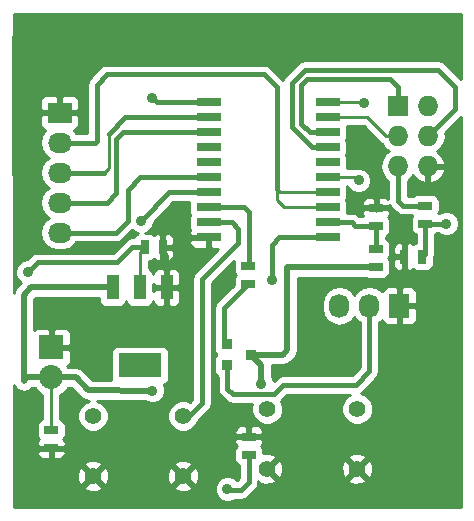
<source format=gtl>
%FSLAX46Y46*%
G04 Gerber Fmt 4.6, Leading zero omitted, Abs format (unit mm)*
G04 Created by KiCad (PCBNEW (2014-07-24 BZR 5026)-product) date 7/27/2014 12:58:05 AM*
%MOMM*%
G01*
G04 APERTURE LIST*
%ADD10C,0.100000*%
%ADD11R,1.143000X0.635000*%
%ADD12R,0.635000X1.143000*%
%ADD13R,2.032000X0.660400*%
%ADD14R,1.727200X2.032000*%
%ADD15O,1.727200X2.032000*%
%ADD16R,2.032000X2.032000*%
%ADD17O,2.032000X2.032000*%
%ADD18R,2.032000X1.727200*%
%ADD19O,2.032000X1.727200*%
%ADD20R,1.727200X1.727200*%
%ADD21O,1.727200X1.727200*%
%ADD22R,0.914400X0.914400*%
%ADD23R,3.657600X2.032000*%
%ADD24R,1.016000X2.032000*%
%ADD25C,1.397000*%
%ADD26C,0.889000*%
%ADD27C,0.508000*%
%ADD28C,0.254000*%
%ADD29C,0.381000*%
G04 APERTURE END LIST*
D10*
D11*
X4277360Y7142480D03*
X4277360Y5618480D03*
D12*
X35687000Y21844000D03*
X34163000Y21844000D03*
X12171680Y22641560D03*
X13695680Y22641560D03*
D13*
X17627600Y34894520D03*
X17627600Y33624520D03*
X17627600Y32354520D03*
X17627600Y31084520D03*
X17627600Y29814520D03*
X17627600Y28544520D03*
X17627600Y27274520D03*
X17627600Y26004520D03*
X27686000Y26004520D03*
X27686000Y27274520D03*
X27686000Y28544520D03*
X27686000Y29814520D03*
X27686000Y31084520D03*
X27686000Y32354520D03*
X27686000Y33624520D03*
X27686000Y34894520D03*
X17627600Y24734520D03*
X17627600Y23464520D03*
X27686000Y24734520D03*
X27686000Y23464520D03*
D14*
X33746440Y17668240D03*
D15*
X31206440Y17668240D03*
X28666440Y17668240D03*
D16*
X4277360Y14152880D03*
D17*
X4277360Y11612880D03*
D18*
X4988560Y34041080D03*
D19*
X4988560Y31501080D03*
X4988560Y28961080D03*
X4988560Y26421080D03*
X4988560Y23881080D03*
D20*
X33624520Y34569400D03*
D21*
X36164520Y34569400D03*
X33624520Y32029400D03*
X36164520Y32029400D03*
X33624520Y29489400D03*
X36164520Y29489400D03*
D22*
X19177000Y12654280D03*
X19177000Y14432280D03*
X21209000Y13543280D03*
D11*
X20990560Y5085080D03*
X20990560Y6609080D03*
X35941000Y24638000D03*
X35941000Y26162000D03*
X31775400Y22458680D03*
X31775400Y20934680D03*
X31775400Y25963880D03*
X31775400Y24439880D03*
X20914360Y19486880D03*
X20914360Y21010880D03*
D23*
X11760200Y12633960D03*
D24*
X11760200Y19237960D03*
X9474200Y19237960D03*
X14046200Y19237960D03*
D25*
X22555200Y8956040D03*
X22555200Y3876040D03*
X30175200Y8956040D03*
X30175200Y3876040D03*
X7807960Y8346440D03*
X7807960Y3266440D03*
X15427960Y8346440D03*
X15427960Y3266440D03*
D26*
X22057360Y11089640D03*
X12837160Y10495280D03*
X30718760Y34853880D03*
X2316480Y20518120D03*
X37719000Y24638000D03*
X11871960Y24876760D03*
X19187160Y2164080D03*
X12801600Y35295840D03*
X30286960Y28285440D03*
X22946360Y19842480D03*
D27*
X2260600Y11612880D02*
X4277360Y11612880D01*
X1940560Y11292840D02*
X2260600Y11612880D01*
X1940560Y18608040D02*
X1940560Y11292840D01*
X2570480Y19237960D02*
X1940560Y18608040D01*
X9474200Y19237960D02*
X2570480Y19237960D01*
D28*
X4277360Y11612880D02*
X4277360Y7142480D01*
D27*
X22057360Y12694920D02*
X21209000Y13543280D01*
X4277360Y11612880D02*
X6344920Y11612880D01*
X7421880Y10535920D02*
X12837160Y10495280D01*
X6344920Y11612880D02*
X7421880Y10535920D01*
X22057360Y11089640D02*
X22057360Y12694920D01*
X24267160Y20934680D02*
X31775400Y20934680D01*
X24267160Y13924280D02*
X24267160Y20934680D01*
X23886160Y13543280D02*
X24267160Y13924280D01*
X21209000Y13543280D02*
X23886160Y13543280D01*
D28*
X31734760Y25735280D02*
X31760160Y25760680D01*
X14046200Y21971000D02*
X14046200Y19237960D01*
X13695680Y22321520D02*
X14046200Y21971000D01*
X13695680Y22641560D02*
X13695680Y22321520D01*
X30678120Y34894520D02*
X30718760Y34853880D01*
X27686000Y34894520D02*
X30678120Y34894520D01*
X11760200Y22230080D02*
X12171680Y22641560D01*
X11760200Y19237960D02*
X11760200Y22230080D01*
D29*
X11145520Y22641560D02*
X12171680Y22641560D01*
X9860280Y21356320D02*
X11145520Y22641560D01*
X3154680Y21356320D02*
X9860280Y21356320D01*
X2316480Y20518120D02*
X3154680Y21356320D01*
X35560000Y21971000D02*
X35687000Y21844000D01*
X37719000Y24638000D02*
X35941000Y24638000D01*
X35941000Y22098000D02*
X35687000Y21844000D01*
X35941000Y24638000D02*
X35941000Y22098000D01*
D28*
X17622520Y27279600D02*
X17627600Y27274520D01*
D29*
X11871960Y24876760D02*
X14274800Y27279600D01*
X14274800Y27279600D02*
X17622520Y27279600D01*
X20990560Y2748280D02*
X20990560Y5085080D01*
X20330160Y2087880D02*
X20990560Y2748280D01*
X19263360Y2087880D02*
X20330160Y2087880D01*
X19187160Y2164080D02*
X19263360Y2087880D01*
X13202920Y34894520D02*
X12801600Y35295840D01*
X17627600Y34894520D02*
X13202920Y34894520D01*
X33624520Y26573480D02*
X34036000Y26162000D01*
X34036000Y26162000D02*
X35941000Y26162000D01*
X33624520Y29489400D02*
X33624520Y26573480D01*
D28*
X8722360Y28961080D02*
X9128760Y29367480D01*
X9128760Y29367480D02*
X9128760Y32237680D01*
D29*
X9128760Y32237680D02*
X10515600Y33624520D01*
X10515600Y33624520D02*
X17627600Y33624520D01*
X4988560Y28961080D02*
X8722360Y28961080D01*
X10337800Y32354520D02*
X17627600Y32354520D01*
X9763760Y31780480D02*
X10337800Y32354520D01*
X9763760Y27208480D02*
X9763760Y31780480D01*
X8976360Y26421080D02*
X9763760Y27208480D01*
X4988560Y26421080D02*
X8976360Y26421080D01*
X11800840Y28544520D02*
X17627600Y28544520D01*
X10744200Y27487880D02*
X11800840Y28544520D01*
X10744200Y24856440D02*
X10744200Y27487880D01*
X9768840Y23881080D02*
X10744200Y24856440D01*
X4988560Y23881080D02*
X9768840Y23881080D01*
D28*
X20990560Y21087080D02*
X20914360Y21010880D01*
D29*
X20990560Y25608280D02*
X20990560Y21087080D01*
X20594320Y26004520D02*
X20990560Y25608280D01*
X17627600Y26004520D02*
X20594320Y26004520D01*
D28*
X23352760Y27528520D02*
X23352760Y26614120D01*
X23352760Y26614120D02*
X23962360Y26004520D01*
X23962360Y26004520D02*
X27686000Y26004520D01*
D29*
X23352760Y36174680D02*
X23352760Y27528520D01*
X22250400Y37277040D02*
X23352760Y36174680D01*
X8991600Y37277040D02*
X22250400Y37277040D01*
X8112760Y36398200D02*
X8991600Y37277040D01*
X8112760Y31638240D02*
X8112760Y36398200D01*
X7975600Y31501080D02*
X8112760Y31638240D01*
X4988560Y31501080D02*
X7975600Y31501080D01*
D28*
X23606760Y27274520D02*
X23352760Y27528520D01*
X27686000Y27274520D02*
X23606760Y27274520D01*
X30027880Y28544520D02*
X30286960Y28285440D01*
X27686000Y28544520D02*
X30027880Y28544520D01*
D29*
X38465760Y34330640D02*
X36164520Y32029400D01*
X38465760Y36200080D02*
X38465760Y34330640D01*
X37017960Y37647880D02*
X38465760Y36200080D01*
X25740360Y37647880D02*
X37017960Y37647880D01*
X24622760Y36530280D02*
X25740360Y37647880D01*
X24622760Y32821880D02*
X24622760Y36530280D01*
X26360120Y31084520D02*
X24622760Y32821880D01*
X27686000Y31084520D02*
X26360120Y31084520D01*
X26182320Y32354520D02*
X27686000Y32354520D01*
X25435560Y33101280D02*
X26182320Y32354520D01*
X25435560Y36377880D02*
X25435560Y33101280D01*
X25943560Y36885880D02*
X25435560Y36377880D01*
X32979360Y36885880D02*
X25943560Y36885880D01*
X33624520Y36240720D02*
X32979360Y36885880D01*
X33624520Y34569400D02*
X33624520Y36240720D01*
D28*
X31038800Y33624520D02*
X32633920Y32029400D01*
X32633920Y32029400D02*
X33624520Y32029400D01*
X27686000Y33624520D02*
X31038800Y33624520D01*
D29*
X17028160Y9428480D02*
X17028160Y19939000D01*
X17028160Y19939000D02*
X20076160Y22987000D01*
X20076160Y22987000D02*
X20076160Y24211280D01*
X20076160Y24211280D02*
X19552920Y24734520D01*
X19552920Y24734520D02*
X17627600Y24734520D01*
X15946120Y8346440D02*
X17028160Y9428480D01*
D28*
X15427960Y8346440D02*
X15946120Y8346440D01*
D29*
X30022800Y24439880D02*
X31775400Y24439880D01*
X29728160Y24734520D02*
X30022800Y24439880D01*
X27686000Y24734520D02*
X29728160Y24734520D01*
X31775400Y24439880D02*
X31775400Y22458680D01*
X22946360Y22865080D02*
X22946360Y19842480D01*
X23545800Y23464520D02*
X22946360Y22865080D01*
X27686000Y23464520D02*
X23545800Y23464520D01*
X31206440Y12136120D02*
X30058360Y10988040D01*
X30058360Y10988040D02*
X23926800Y10988040D01*
X23926800Y10988040D02*
X23129240Y10190480D01*
X23129240Y10190480D02*
X19659600Y10190480D01*
X19659600Y10190480D02*
X19177000Y10673080D01*
X19177000Y10673080D02*
X19177000Y12654280D01*
X31206440Y17668240D02*
X31206440Y12136120D01*
D28*
X18968720Y14640560D02*
X19177000Y14432280D01*
X18907760Y14701520D02*
X19177000Y14432280D01*
D29*
X18907760Y17480280D02*
X18907760Y14701520D01*
X20914360Y19486880D02*
X18907760Y17480280D01*
D28*
G36*
X38989000Y36844274D02*
X37601677Y38231597D01*
X37333866Y38410543D01*
X37017960Y38473380D01*
X25740360Y38473380D01*
X25424454Y38410543D01*
X25156643Y38231597D01*
X24039043Y37113997D01*
X23860097Y36846186D01*
X23858203Y36836670D01*
X22834117Y37860757D01*
X22566306Y38039703D01*
X22250400Y38102540D01*
X8991600Y38102540D01*
X8675695Y38039703D01*
X8407883Y37860757D01*
X8407880Y37860754D01*
X7529043Y36981917D01*
X7350097Y36714106D01*
X7287260Y36398200D01*
X7287260Y32326580D01*
X6389442Y32326580D01*
X6232975Y32560750D01*
X6210780Y32575580D01*
X6364259Y32639153D01*
X6542887Y32817782D01*
X6639560Y33051171D01*
X6639560Y33755330D01*
X6639560Y34326830D01*
X6639560Y35030989D01*
X6542887Y35264378D01*
X6364259Y35443007D01*
X6130870Y35539680D01*
X5878251Y35539680D01*
X5274310Y35539680D01*
X5115560Y35380930D01*
X5115560Y34168080D01*
X6480810Y34168080D01*
X6639560Y34326830D01*
X6639560Y33755330D01*
X6480810Y33914080D01*
X5115560Y33914080D01*
X5115560Y33894080D01*
X4861560Y33894080D01*
X4861560Y33914080D01*
X4861560Y34168080D01*
X4861560Y35380930D01*
X4702810Y35539680D01*
X4098869Y35539680D01*
X3846250Y35539680D01*
X3612861Y35443007D01*
X3434233Y35264378D01*
X3337560Y35030989D01*
X3337560Y34326830D01*
X3496310Y34168080D01*
X4861560Y34168080D01*
X4861560Y33914080D01*
X3496310Y33914080D01*
X3337560Y33755330D01*
X3337560Y33051171D01*
X3434233Y32817782D01*
X3612861Y32639153D01*
X3766339Y32575580D01*
X3744145Y32560750D01*
X3419289Y32074569D01*
X3305215Y31501080D01*
X3419289Y30927591D01*
X3744145Y30441410D01*
X4058925Y30231080D01*
X3744145Y30020750D01*
X3419289Y29534569D01*
X3305215Y28961080D01*
X3419289Y28387591D01*
X3744145Y27901410D01*
X4058925Y27691080D01*
X3744145Y27480750D01*
X3419289Y26994569D01*
X3305215Y26421080D01*
X3419289Y25847591D01*
X3744145Y25361410D01*
X4058925Y25151080D01*
X3744145Y24940750D01*
X3419289Y24454569D01*
X3305215Y23881080D01*
X3419289Y23307591D01*
X3744145Y22821410D01*
X4230326Y22496554D01*
X4803815Y22382480D01*
X5173305Y22382480D01*
X5746794Y22496554D01*
X6232975Y22821410D01*
X6389442Y23055580D01*
X9768840Y23055580D01*
X10084745Y23118417D01*
X10084746Y23118417D01*
X10352557Y23297363D01*
X11138608Y24083416D01*
X11259674Y23962138D01*
X11631017Y23807942D01*
X11494482Y23751387D01*
X11315853Y23572759D01*
X11272070Y23467060D01*
X11145525Y23467060D01*
X11145520Y23467061D01*
X10829615Y23404223D01*
X10561803Y23225277D01*
X9518346Y22181820D01*
X3154685Y22181820D01*
X3154680Y22181821D01*
X2838775Y22118983D01*
X2570963Y21940037D01*
X2228623Y21597698D01*
X2102696Y21597807D01*
X1705791Y21433809D01*
X1401858Y21130406D01*
X1237167Y20733788D01*
X1236793Y20304336D01*
X1400791Y19907431D01*
X1691499Y19616216D01*
X1311942Y19236658D01*
X1119231Y18948246D01*
X1082353Y18762850D01*
X1016007Y38733095D01*
X1138837Y42418000D01*
X38989000Y42418000D01*
X38989000Y36844274D01*
X38989000Y36844274D01*
G37*
X38989000Y36844274D02*
X37601677Y38231597D01*
X37333866Y38410543D01*
X37017960Y38473380D01*
X25740360Y38473380D01*
X25424454Y38410543D01*
X25156643Y38231597D01*
X24039043Y37113997D01*
X23860097Y36846186D01*
X23858203Y36836670D01*
X22834117Y37860757D01*
X22566306Y38039703D01*
X22250400Y38102540D01*
X8991600Y38102540D01*
X8675695Y38039703D01*
X8407883Y37860757D01*
X8407880Y37860754D01*
X7529043Y36981917D01*
X7350097Y36714106D01*
X7287260Y36398200D01*
X7287260Y32326580D01*
X6389442Y32326580D01*
X6232975Y32560750D01*
X6210780Y32575580D01*
X6364259Y32639153D01*
X6542887Y32817782D01*
X6639560Y33051171D01*
X6639560Y33755330D01*
X6639560Y34326830D01*
X6639560Y35030989D01*
X6542887Y35264378D01*
X6364259Y35443007D01*
X6130870Y35539680D01*
X5878251Y35539680D01*
X5274310Y35539680D01*
X5115560Y35380930D01*
X5115560Y34168080D01*
X6480810Y34168080D01*
X6639560Y34326830D01*
X6639560Y33755330D01*
X6480810Y33914080D01*
X5115560Y33914080D01*
X5115560Y33894080D01*
X4861560Y33894080D01*
X4861560Y33914080D01*
X4861560Y34168080D01*
X4861560Y35380930D01*
X4702810Y35539680D01*
X4098869Y35539680D01*
X3846250Y35539680D01*
X3612861Y35443007D01*
X3434233Y35264378D01*
X3337560Y35030989D01*
X3337560Y34326830D01*
X3496310Y34168080D01*
X4861560Y34168080D01*
X4861560Y33914080D01*
X3496310Y33914080D01*
X3337560Y33755330D01*
X3337560Y33051171D01*
X3434233Y32817782D01*
X3612861Y32639153D01*
X3766339Y32575580D01*
X3744145Y32560750D01*
X3419289Y32074569D01*
X3305215Y31501080D01*
X3419289Y30927591D01*
X3744145Y30441410D01*
X4058925Y30231080D01*
X3744145Y30020750D01*
X3419289Y29534569D01*
X3305215Y28961080D01*
X3419289Y28387591D01*
X3744145Y27901410D01*
X4058925Y27691080D01*
X3744145Y27480750D01*
X3419289Y26994569D01*
X3305215Y26421080D01*
X3419289Y25847591D01*
X3744145Y25361410D01*
X4058925Y25151080D01*
X3744145Y24940750D01*
X3419289Y24454569D01*
X3305215Y23881080D01*
X3419289Y23307591D01*
X3744145Y22821410D01*
X4230326Y22496554D01*
X4803815Y22382480D01*
X5173305Y22382480D01*
X5746794Y22496554D01*
X6232975Y22821410D01*
X6389442Y23055580D01*
X9768840Y23055580D01*
X10084745Y23118417D01*
X10084746Y23118417D01*
X10352557Y23297363D01*
X11138608Y24083416D01*
X11259674Y23962138D01*
X11631017Y23807942D01*
X11494482Y23751387D01*
X11315853Y23572759D01*
X11272070Y23467060D01*
X11145525Y23467060D01*
X11145520Y23467061D01*
X10829615Y23404223D01*
X10561803Y23225277D01*
X9518346Y22181820D01*
X3154685Y22181820D01*
X3154680Y22181821D01*
X2838775Y22118983D01*
X2570963Y21940037D01*
X2228623Y21597698D01*
X2102696Y21597807D01*
X1705791Y21433809D01*
X1401858Y21130406D01*
X1237167Y20733788D01*
X1236793Y20304336D01*
X1400791Y19907431D01*
X1691499Y19616216D01*
X1311942Y19236658D01*
X1119231Y18948246D01*
X1082353Y18762850D01*
X1016007Y38733095D01*
X1138837Y42418000D01*
X38989000Y42418000D01*
X38989000Y36844274D01*
G36*
X38989000Y635000D02*
X35245040Y635000D01*
X35245040Y16525930D01*
X35245040Y16778549D01*
X35245040Y17382490D01*
X35245040Y17953990D01*
X35245040Y18557931D01*
X35245040Y18810550D01*
X35148367Y19043939D01*
X34969738Y19222567D01*
X34736349Y19319240D01*
X34036000Y19319240D01*
X34036000Y20796250D01*
X34036000Y21717000D01*
X34036000Y21971000D01*
X34036000Y22891750D01*
X33877250Y23050500D01*
X33719191Y23050500D01*
X33485802Y22953827D01*
X33307173Y22775199D01*
X33210500Y22541810D01*
X33210500Y22289191D01*
X33210500Y22129750D01*
X33369250Y21971000D01*
X34036000Y21971000D01*
X34036000Y21717000D01*
X33369250Y21717000D01*
X33210500Y21558250D01*
X33210500Y21398809D01*
X33210500Y21146190D01*
X33307173Y20912801D01*
X33485802Y20734173D01*
X33719191Y20637500D01*
X33877250Y20637500D01*
X34036000Y20796250D01*
X34036000Y19319240D01*
X34032190Y19319240D01*
X33873440Y19160490D01*
X33873440Y17795240D01*
X35086290Y17795240D01*
X35245040Y17953990D01*
X35245040Y17382490D01*
X35086290Y17541240D01*
X33873440Y17541240D01*
X33873440Y16175990D01*
X34032190Y16017240D01*
X34736349Y16017240D01*
X34969738Y16113913D01*
X35148367Y16292541D01*
X35245040Y16525930D01*
X35245040Y635000D01*
X31521127Y635000D01*
X31521127Y3683520D01*
X31492348Y4213239D01*
X31345000Y4568969D01*
X31109388Y4630623D01*
X30929783Y4451018D01*
X30929783Y4810228D01*
X30868129Y5045840D01*
X30367720Y5221967D01*
X29838001Y5193188D01*
X29482271Y5045840D01*
X29420617Y4810228D01*
X30175200Y4055645D01*
X30929783Y4810228D01*
X30929783Y4451018D01*
X30354805Y3876040D01*
X31109388Y3121457D01*
X31345000Y3183111D01*
X31521127Y3683520D01*
X31521127Y635000D01*
X30929783Y635000D01*
X30929783Y2941852D01*
X30175200Y3696435D01*
X29995595Y3516830D01*
X29995595Y3876040D01*
X29241012Y4630623D01*
X29005400Y4568969D01*
X28829273Y4068560D01*
X28858052Y3538841D01*
X29005400Y3183111D01*
X29241012Y3121457D01*
X29995595Y3876040D01*
X29995595Y3516830D01*
X29420617Y2941852D01*
X29482271Y2706240D01*
X29982680Y2530113D01*
X30512399Y2558892D01*
X30868129Y2706240D01*
X30929783Y2941852D01*
X30929783Y635000D01*
X23901127Y635000D01*
X23901127Y3683520D01*
X23872348Y4213239D01*
X23725000Y4568969D01*
X23489388Y4630623D01*
X22734805Y3876040D01*
X23489388Y3121457D01*
X23725000Y3183111D01*
X23901127Y3683520D01*
X23901127Y635000D01*
X23309783Y635000D01*
X23309783Y2941852D01*
X22555200Y3696435D01*
X22541057Y3682293D01*
X22361452Y3861898D01*
X22375595Y3876040D01*
X22361452Y3890183D01*
X22541057Y4069788D01*
X22555200Y4055645D01*
X23309783Y4810228D01*
X23248129Y5045840D01*
X22747720Y5221967D01*
X22218001Y5193188D01*
X22197060Y5184514D01*
X22197060Y5528889D01*
X22100387Y5762278D01*
X22015585Y5847080D01*
X22100387Y5931882D01*
X22197060Y6165271D01*
X22197060Y6323330D01*
X22197060Y6894830D01*
X22197060Y7052889D01*
X22100387Y7286278D01*
X21921759Y7464907D01*
X21688370Y7561580D01*
X21435751Y7561580D01*
X21276310Y7561580D01*
X21117560Y7402830D01*
X21117560Y6736080D01*
X22038310Y6736080D01*
X22197060Y6894830D01*
X22197060Y6323330D01*
X22038310Y6482080D01*
X21117560Y6482080D01*
X21117560Y6462080D01*
X20863560Y6462080D01*
X20863560Y6482080D01*
X20863560Y6736080D01*
X20863560Y7402830D01*
X20704810Y7561580D01*
X20545369Y7561580D01*
X20292750Y7561580D01*
X20059361Y7464907D01*
X19880733Y7286278D01*
X19784060Y7052889D01*
X19784060Y6894830D01*
X19942810Y6736080D01*
X20863560Y6736080D01*
X20863560Y6482080D01*
X19942810Y6482080D01*
X19784060Y6323330D01*
X19784060Y6165271D01*
X19880733Y5931882D01*
X19965534Y5847081D01*
X19880733Y5762279D01*
X19784060Y5528890D01*
X19784060Y5276271D01*
X19784060Y4641271D01*
X19880733Y4407882D01*
X20059361Y4229253D01*
X20165060Y4185471D01*
X20165060Y3090214D01*
X19988226Y2913380D01*
X19964479Y2913380D01*
X19799446Y3078702D01*
X19402828Y3243393D01*
X18973376Y3243767D01*
X18576471Y3079769D01*
X18272538Y2776366D01*
X18107847Y2379748D01*
X18107473Y1950296D01*
X18271471Y1553391D01*
X18574874Y1249458D01*
X18971492Y1084767D01*
X19400944Y1084393D01*
X19797849Y1248391D01*
X19811862Y1262380D01*
X20330160Y1262380D01*
X20646065Y1325217D01*
X20646066Y1325217D01*
X20913877Y1504163D01*
X21574273Y2164561D01*
X21574277Y2164563D01*
X21574277Y2164564D01*
X21753223Y2432375D01*
X21816060Y2748280D01*
X21816061Y2748280D01*
X21816060Y2748286D01*
X21816060Y2882837D01*
X21862271Y2706240D01*
X22362680Y2530113D01*
X22892399Y2558892D01*
X23248129Y2706240D01*
X23309783Y2941852D01*
X23309783Y635000D01*
X16773887Y635000D01*
X16773887Y3073920D01*
X16745108Y3603639D01*
X16597760Y3959369D01*
X16362148Y4021023D01*
X16182543Y3841418D01*
X16182543Y4200628D01*
X16120889Y4436240D01*
X15620480Y4612367D01*
X15090761Y4583588D01*
X14735031Y4436240D01*
X14673377Y4200628D01*
X15427960Y3446045D01*
X16182543Y4200628D01*
X16182543Y3841418D01*
X15607565Y3266440D01*
X16362148Y2511857D01*
X16597760Y2573511D01*
X16773887Y3073920D01*
X16773887Y635000D01*
X16182543Y635000D01*
X16182543Y2332252D01*
X15427960Y3086835D01*
X15248355Y2907230D01*
X15248355Y3266440D01*
X14493772Y4021023D01*
X14258160Y3959369D01*
X14082033Y3458960D01*
X14110812Y2929241D01*
X14258160Y2573511D01*
X14493772Y2511857D01*
X15248355Y3266440D01*
X15248355Y2907230D01*
X14673377Y2332252D01*
X14735031Y2096640D01*
X15235440Y1920513D01*
X15765159Y1949292D01*
X16120889Y2096640D01*
X16182543Y2332252D01*
X16182543Y635000D01*
X9153887Y635000D01*
X9153887Y3073920D01*
X9125108Y3603639D01*
X8977760Y3959369D01*
X8742148Y4021023D01*
X8562543Y3841418D01*
X8562543Y4200628D01*
X8500889Y4436240D01*
X8000480Y4612367D01*
X7470761Y4583588D01*
X7115031Y4436240D01*
X7053377Y4200628D01*
X7807960Y3446045D01*
X8562543Y4200628D01*
X8562543Y3841418D01*
X7987565Y3266440D01*
X8742148Y2511857D01*
X8977760Y2573511D01*
X9153887Y3073920D01*
X9153887Y635000D01*
X8562543Y635000D01*
X8562543Y2332252D01*
X7807960Y3086835D01*
X7628355Y2907230D01*
X7628355Y3266440D01*
X6873772Y4021023D01*
X6638160Y3959369D01*
X6462033Y3458960D01*
X6490812Y2929241D01*
X6638160Y2573511D01*
X6873772Y2511857D01*
X7628355Y3266440D01*
X7628355Y2907230D01*
X7053377Y2332252D01*
X7115031Y2096640D01*
X7615440Y1920513D01*
X8145159Y1949292D01*
X8500889Y2096640D01*
X8562543Y2332252D01*
X8562543Y635000D01*
X5483860Y635000D01*
X5483860Y5174671D01*
X5483860Y5332730D01*
X5325110Y5491480D01*
X4404360Y5491480D01*
X4404360Y4824730D01*
X4563110Y4665980D01*
X4722551Y4665980D01*
X4975170Y4665980D01*
X5208559Y4762653D01*
X5387187Y4941282D01*
X5483860Y5174671D01*
X5483860Y635000D01*
X4150360Y635000D01*
X4150360Y4824730D01*
X4150360Y5491480D01*
X3229610Y5491480D01*
X3070860Y5332730D01*
X3070860Y5174671D01*
X3167533Y4941282D01*
X3346161Y4762653D01*
X3579550Y4665980D01*
X3832169Y4665980D01*
X3991610Y4665980D01*
X4150360Y4824730D01*
X4150360Y635000D01*
X1142579Y635000D01*
X1108115Y11008516D01*
X1119231Y10952634D01*
X1311942Y10664222D01*
X1600354Y10471511D01*
X1600355Y10471511D01*
X1940560Y10403840D01*
X2280765Y10471511D01*
X2280766Y10471511D01*
X2569178Y10664222D01*
X2628836Y10723880D01*
X2902271Y10723880D01*
X3109927Y10413102D01*
X3515360Y10142201D01*
X3515360Y8068392D01*
X3346162Y7998307D01*
X3167533Y7819679D01*
X3070860Y7586290D01*
X3070860Y7333671D01*
X3070860Y6698671D01*
X3167533Y6465282D01*
X3252334Y6380480D01*
X3167533Y6295678D01*
X3070860Y6062289D01*
X3070860Y5904230D01*
X3229610Y5745480D01*
X4150360Y5745480D01*
X4150360Y5765480D01*
X4404360Y5765480D01*
X4404360Y5745480D01*
X5325110Y5745480D01*
X5483860Y5904230D01*
X5483860Y6062289D01*
X5387187Y6295678D01*
X5302385Y6380480D01*
X5387187Y6465281D01*
X5483860Y6698670D01*
X5483860Y6951289D01*
X5483860Y7586289D01*
X5387187Y7819678D01*
X5208559Y7998307D01*
X5039360Y8068392D01*
X5039360Y10142201D01*
X5444793Y10413102D01*
X5652448Y10723880D01*
X5976684Y10723880D01*
X6793262Y9907302D01*
X6934725Y9812779D01*
X7075520Y9717167D01*
X7078848Y9716479D01*
X7081674Y9714591D01*
X7248561Y9681396D01*
X7415209Y9646945D01*
X7462600Y9646590D01*
X7053580Y9477586D01*
X6678133Y9102793D01*
X6474692Y8612853D01*
X6474229Y8082354D01*
X6676814Y7592060D01*
X7051607Y7216613D01*
X7541547Y7013172D01*
X8072046Y7012709D01*
X8562340Y7215294D01*
X8937787Y7590087D01*
X9141228Y8080027D01*
X9141691Y8610526D01*
X8939106Y9100820D01*
X8564313Y9476267D01*
X8166859Y9641305D01*
X12194507Y9611078D01*
X12224874Y9580658D01*
X12621492Y9415967D01*
X13050944Y9415593D01*
X13447849Y9579591D01*
X13751782Y9882994D01*
X13916473Y10279612D01*
X13916847Y10709064D01*
X13790761Y11014214D01*
X13948698Y11079633D01*
X14127327Y11258261D01*
X14224000Y11491650D01*
X14224000Y11744269D01*
X14224000Y13776269D01*
X14127327Y14009658D01*
X13948699Y14188287D01*
X13715310Y14284960D01*
X13462691Y14284960D01*
X9805091Y14284960D01*
X9571702Y14188287D01*
X9393073Y14009659D01*
X9296400Y13776270D01*
X9296400Y13523651D01*
X9296400Y11491651D01*
X9329961Y11410626D01*
X7792875Y11422161D01*
X6973538Y12241498D01*
X6685126Y12434209D01*
X6344920Y12501880D01*
X5652448Y12501880D01*
X5601988Y12577399D01*
X5653059Y12598553D01*
X5831687Y12777182D01*
X5928360Y13010571D01*
X5928360Y13867130D01*
X5928360Y14438630D01*
X5928360Y15295189D01*
X5831687Y15528578D01*
X5653059Y15707207D01*
X5419670Y15803880D01*
X5167051Y15803880D01*
X4563110Y15803880D01*
X4404360Y15645130D01*
X4404360Y14279880D01*
X5769610Y14279880D01*
X5928360Y14438630D01*
X5928360Y13867130D01*
X5769610Y14025880D01*
X4404360Y14025880D01*
X4404360Y14005880D01*
X4150360Y14005880D01*
X4150360Y14025880D01*
X4130360Y14025880D01*
X4130360Y14279880D01*
X4150360Y14279880D01*
X4150360Y15645130D01*
X3991610Y15803880D01*
X3387669Y15803880D01*
X3135050Y15803880D01*
X2901661Y15707207D01*
X2829560Y15635106D01*
X2829560Y18239804D01*
X2938716Y18348960D01*
X8331200Y18348960D01*
X8331200Y18095651D01*
X8427873Y17862262D01*
X8606501Y17683633D01*
X8839890Y17586960D01*
X9092509Y17586960D01*
X10108509Y17586960D01*
X10341898Y17683633D01*
X10520527Y17862261D01*
X10617200Y18095650D01*
X10713873Y17862262D01*
X10892501Y17683633D01*
X11125890Y17586960D01*
X11378509Y17586960D01*
X12394509Y17586960D01*
X12627898Y17683633D01*
X12806527Y17862261D01*
X12903200Y18095650D01*
X12999873Y17862261D01*
X13178502Y17683633D01*
X13411891Y17586960D01*
X13760450Y17586960D01*
X13919200Y17745710D01*
X13919200Y19110960D01*
X13061950Y19110960D01*
X12903200Y18952210D01*
X12903200Y19523710D01*
X13061950Y19364960D01*
X13919200Y19364960D01*
X13919200Y20730210D01*
X13760450Y20888960D01*
X13411891Y20888960D01*
X13178502Y20792287D01*
X12999873Y20613659D01*
X12903200Y20380270D01*
X12903200Y20380269D01*
X12806527Y20613658D01*
X12627899Y20792287D01*
X12522200Y20836070D01*
X12522200Y21435060D01*
X12615489Y21435060D01*
X12848878Y21531733D01*
X12933680Y21616535D01*
X13018482Y21531733D01*
X13251871Y21435060D01*
X13409930Y21435060D01*
X13568680Y21593810D01*
X13568680Y22514560D01*
X13548680Y22514560D01*
X13548680Y22768560D01*
X13568680Y22768560D01*
X13568680Y23689310D01*
X13409930Y23848060D01*
X13251871Y23848060D01*
X13018482Y23751387D01*
X12933680Y23666586D01*
X12848879Y23751387D01*
X12615490Y23848060D01*
X12362871Y23848060D01*
X12209141Y23848060D01*
X12482649Y23961071D01*
X12786582Y24264474D01*
X12951273Y24661092D01*
X12951384Y24788751D01*
X14616734Y26454100D01*
X15976600Y26454100D01*
X15976600Y26208411D01*
X15976600Y25548011D01*
X16050533Y25369521D01*
X15976600Y25191030D01*
X15976600Y24938411D01*
X15976600Y24278011D01*
X16050533Y24099520D01*
X15976600Y23921029D01*
X15976600Y23750270D01*
X16135350Y23591520D01*
X17500600Y23591520D01*
X17500600Y23611520D01*
X17754600Y23611520D01*
X17754600Y23591520D01*
X17774600Y23591520D01*
X17774600Y23337520D01*
X17754600Y23337520D01*
X17754600Y22658070D01*
X17913350Y22499320D01*
X18421046Y22499320D01*
X17500600Y21578874D01*
X17500600Y22658070D01*
X17500600Y23337520D01*
X16135350Y23337520D01*
X15976600Y23178770D01*
X15976600Y23008011D01*
X16073273Y22774622D01*
X16251901Y22595993D01*
X16485290Y22499320D01*
X16737909Y22499320D01*
X17341850Y22499320D01*
X17500600Y22658070D01*
X17500600Y21578874D01*
X16444443Y20522717D01*
X16265497Y20254906D01*
X16202660Y19939000D01*
X16202660Y9770414D01*
X15989434Y9557188D01*
X15694373Y9679708D01*
X15189200Y9680149D01*
X15189200Y18095650D01*
X15189200Y18348269D01*
X15189200Y18952210D01*
X15189200Y19523710D01*
X15189200Y20127651D01*
X15189200Y20380270D01*
X15092527Y20613659D01*
X14913898Y20792287D01*
X14680509Y20888960D01*
X14648180Y20888960D01*
X14648180Y21943750D01*
X14648180Y22196369D01*
X14648180Y22355810D01*
X14648180Y22927310D01*
X14648180Y23086751D01*
X14648180Y23339370D01*
X14551507Y23572759D01*
X14372878Y23751387D01*
X14139489Y23848060D01*
X13981430Y23848060D01*
X13822680Y23689310D01*
X13822680Y22768560D01*
X14489430Y22768560D01*
X14648180Y22927310D01*
X14648180Y22355810D01*
X14489430Y22514560D01*
X13822680Y22514560D01*
X13822680Y21593810D01*
X13981430Y21435060D01*
X14139489Y21435060D01*
X14372878Y21531733D01*
X14551507Y21710361D01*
X14648180Y21943750D01*
X14648180Y20888960D01*
X14331950Y20888960D01*
X14173200Y20730210D01*
X14173200Y19364960D01*
X15030450Y19364960D01*
X15189200Y19523710D01*
X15189200Y18952210D01*
X15030450Y19110960D01*
X14173200Y19110960D01*
X14173200Y17745710D01*
X14331950Y17586960D01*
X14680509Y17586960D01*
X14913898Y17683633D01*
X15092527Y17862261D01*
X15189200Y18095650D01*
X15189200Y9680149D01*
X15163874Y9680171D01*
X14673580Y9477586D01*
X14298133Y9102793D01*
X14094692Y8612853D01*
X14094229Y8082354D01*
X14296814Y7592060D01*
X14671607Y7216613D01*
X15161547Y7013172D01*
X15692046Y7012709D01*
X16182340Y7215294D01*
X16557787Y7590087D01*
X16700221Y7933109D01*
X17611873Y8844761D01*
X17611877Y8844763D01*
X17611877Y8844764D01*
X17790823Y9112575D01*
X17853660Y9428480D01*
X17853661Y9428480D01*
X17853660Y9428486D01*
X17853660Y19597066D01*
X19707860Y21451266D01*
X19707860Y21202071D01*
X19707860Y20567071D01*
X19804533Y20333682D01*
X19889334Y20248881D01*
X19804533Y20164079D01*
X19707860Y19930690D01*
X19707860Y19678071D01*
X19707860Y19447814D01*
X18324043Y18063997D01*
X18145097Y17796186D01*
X18082260Y17480280D01*
X18082260Y14701520D01*
X18084800Y14688751D01*
X18084800Y13848771D01*
X18181473Y13615382D01*
X18253574Y13543281D01*
X18181473Y13471179D01*
X18084800Y13237790D01*
X18084800Y12985171D01*
X18084800Y12070771D01*
X18181473Y11837382D01*
X18351500Y11667355D01*
X18351500Y10673080D01*
X18414337Y10357174D01*
X18593283Y10089363D01*
X19075880Y9606767D01*
X19075883Y9606763D01*
X19343694Y9427818D01*
X19343695Y9427817D01*
X19659600Y9364980D01*
X21281114Y9364980D01*
X21221932Y9222453D01*
X21221469Y8691954D01*
X21424054Y8201660D01*
X21798847Y7826213D01*
X22288787Y7622772D01*
X22819286Y7622309D01*
X23309580Y7824894D01*
X23685027Y8199687D01*
X23888468Y8689627D01*
X23888931Y9220126D01*
X23724433Y9618240D01*
X24268734Y10162540D01*
X29603190Y10162540D01*
X29420820Y10087186D01*
X29045373Y9712393D01*
X28841932Y9222453D01*
X28841469Y8691954D01*
X29044054Y8201660D01*
X29418847Y7826213D01*
X29908787Y7622772D01*
X30439286Y7622309D01*
X30929580Y7824894D01*
X31305027Y8199687D01*
X31508468Y8689627D01*
X31508931Y9220126D01*
X31306346Y9710420D01*
X30931553Y10085867D01*
X30459086Y10282053D01*
X30642077Y10404323D01*
X31790153Y11552401D01*
X31790156Y11552403D01*
X31790157Y11552403D01*
X31897426Y11712945D01*
X31969103Y11820214D01*
X31969103Y11820215D01*
X32031940Y12136120D01*
X32031940Y16267358D01*
X32266110Y16423825D01*
X32280939Y16446020D01*
X32344513Y16292541D01*
X32523142Y16113913D01*
X32756531Y16017240D01*
X33460690Y16017240D01*
X33619440Y16175990D01*
X33619440Y17541240D01*
X33599440Y17541240D01*
X33599440Y17795240D01*
X33619440Y17795240D01*
X33619440Y19160490D01*
X33460690Y19319240D01*
X32756531Y19319240D01*
X32523142Y19222567D01*
X32344513Y19043939D01*
X32280939Y18890461D01*
X32266110Y18912655D01*
X31779929Y19237511D01*
X31206440Y19351585D01*
X30632951Y19237511D01*
X30146770Y18912655D01*
X29936440Y18597875D01*
X29726110Y18912655D01*
X29239929Y19237511D01*
X28666440Y19351585D01*
X28092951Y19237511D01*
X27606770Y18912655D01*
X27281914Y18426474D01*
X27167840Y17852985D01*
X27167840Y17483495D01*
X27281914Y16910006D01*
X27606770Y16423825D01*
X28092951Y16098969D01*
X28666440Y15984895D01*
X29239929Y16098969D01*
X29726110Y16423825D01*
X29936440Y16738606D01*
X30146770Y16423825D01*
X30380940Y16267358D01*
X30380940Y12478054D01*
X29716426Y11813540D01*
X23926800Y11813540D01*
X23610894Y11750703D01*
X23343083Y11571757D01*
X23118832Y11347507D01*
X22973049Y11700329D01*
X22946360Y11727065D01*
X22946360Y12654280D01*
X23886160Y12654280D01*
X24226365Y12721951D01*
X24226366Y12721951D01*
X24514778Y12914662D01*
X24895778Y13295662D01*
X25088489Y13584074D01*
X25156160Y13924280D01*
X25156160Y20045680D01*
X30924287Y20045680D01*
X31077590Y19982180D01*
X31330209Y19982180D01*
X32473209Y19982180D01*
X32706598Y20078853D01*
X32885227Y20257481D01*
X32981900Y20490870D01*
X32981900Y20743489D01*
X32981900Y21378489D01*
X32885227Y21611878D01*
X32800425Y21696680D01*
X32885227Y21781481D01*
X32981900Y22014870D01*
X32981900Y22267489D01*
X32981900Y22902489D01*
X32885227Y23135878D01*
X32706599Y23314507D01*
X32600900Y23358290D01*
X32600900Y23540272D01*
X32706598Y23584053D01*
X32885227Y23762681D01*
X32981900Y23996070D01*
X32981900Y24248689D01*
X32981900Y24883689D01*
X32885227Y25117078D01*
X32800425Y25201880D01*
X32885227Y25286682D01*
X32981900Y25520071D01*
X32981900Y25678130D01*
X32823150Y25836880D01*
X31902400Y25836880D01*
X31902400Y25816880D01*
X31648400Y25816880D01*
X31648400Y25836880D01*
X31648400Y26090880D01*
X31648400Y26757630D01*
X31489650Y26916380D01*
X31330209Y26916380D01*
X31077590Y26916380D01*
X30844201Y26819707D01*
X30665573Y26641078D01*
X30568900Y26407689D01*
X30568900Y26249630D01*
X30727650Y26090880D01*
X31648400Y26090880D01*
X31648400Y25836880D01*
X30727650Y25836880D01*
X30568900Y25678130D01*
X30568900Y25520071D01*
X30665573Y25286682D01*
X30686874Y25265380D01*
X30364734Y25265380D01*
X30311877Y25318237D01*
X30044066Y25497183D01*
X29728160Y25560020D01*
X29337000Y25560020D01*
X29337000Y25800629D01*
X29337000Y26461029D01*
X29263066Y26639520D01*
X29337000Y26818010D01*
X29337000Y27070629D01*
X29337000Y27731029D01*
X29315671Y27782520D01*
X29326741Y27782520D01*
X29371271Y27674751D01*
X29674674Y27370818D01*
X30071292Y27206127D01*
X30500744Y27205753D01*
X30897649Y27369751D01*
X31201582Y27673154D01*
X31366273Y28069772D01*
X31366647Y28499224D01*
X31202649Y28896129D01*
X30899246Y29200062D01*
X30502628Y29364753D01*
X30073176Y29365127D01*
X29931336Y29306520D01*
X29315672Y29306520D01*
X29337000Y29358010D01*
X29337000Y29610629D01*
X29337000Y30271029D01*
X29263066Y30449520D01*
X29337000Y30628010D01*
X29337000Y30880629D01*
X29337000Y31541029D01*
X29263066Y31719520D01*
X29337000Y31898010D01*
X29337000Y32150629D01*
X29337000Y32811029D01*
X29315671Y32862520D01*
X30723169Y32862520D01*
X32095104Y31490585D01*
X32095105Y31490585D01*
X32279561Y31367335D01*
X32279562Y31367335D01*
X32564850Y30940371D01*
X32835692Y30759400D01*
X32564850Y30578429D01*
X32239994Y30092248D01*
X32125920Y29518759D01*
X32125920Y29460041D01*
X32239994Y28886552D01*
X32564850Y28400371D01*
X32799020Y28243904D01*
X32799020Y26727286D01*
X32706599Y26819707D01*
X32473210Y26916380D01*
X32220591Y26916380D01*
X32061150Y26916380D01*
X31902400Y26757630D01*
X31902400Y26090880D01*
X32823150Y26090880D01*
X32913121Y26180852D01*
X33040803Y25989763D01*
X33452280Y25578287D01*
X33452283Y25578283D01*
X33452284Y25578283D01*
X33720095Y25399337D01*
X34036000Y25336499D01*
X34036000Y25336500D01*
X34036005Y25336500D01*
X34852474Y25336500D01*
X34831173Y25315199D01*
X34734500Y25081810D01*
X34734500Y24829191D01*
X34734500Y24194191D01*
X34831173Y23960802D01*
X35009801Y23782173D01*
X35115500Y23738391D01*
X35115500Y22997609D01*
X35009802Y22953827D01*
X34925000Y22869026D01*
X34840198Y22953827D01*
X34606809Y23050500D01*
X34448750Y23050500D01*
X34290000Y22891750D01*
X34290000Y21971000D01*
X34310000Y21971000D01*
X34310000Y21717000D01*
X34290000Y21717000D01*
X34290000Y20796250D01*
X34448750Y20637500D01*
X34606809Y20637500D01*
X34840198Y20734173D01*
X34924999Y20818975D01*
X35009801Y20734173D01*
X35243190Y20637500D01*
X35495809Y20637500D01*
X36130809Y20637500D01*
X36364198Y20734173D01*
X36542827Y20912801D01*
X36639500Y21146190D01*
X36639500Y21398809D01*
X36639500Y21686069D01*
X36703663Y21782094D01*
X36703663Y21782095D01*
X36766500Y22098000D01*
X36766500Y23738392D01*
X36872198Y23782173D01*
X36902525Y23812500D01*
X37017747Y23812500D01*
X37106714Y23723378D01*
X37503332Y23558687D01*
X37932784Y23558313D01*
X38329689Y23722311D01*
X38633622Y24025714D01*
X38798313Y24422332D01*
X38798687Y24851784D01*
X38634689Y25248689D01*
X38331286Y25552622D01*
X37934668Y25717313D01*
X37619488Y25717588D01*
X37619488Y29130373D01*
X37498989Y29362400D01*
X36291520Y29362400D01*
X36291520Y28155583D01*
X36523546Y28034442D01*
X36939467Y28206712D01*
X37371341Y28600910D01*
X37619488Y29130373D01*
X37619488Y25717588D01*
X37505216Y25717687D01*
X37108311Y25553689D01*
X37058951Y25504416D01*
X37147500Y25718190D01*
X37147500Y25970809D01*
X37147500Y26605809D01*
X37050827Y26839198D01*
X36872199Y27017827D01*
X36638810Y27114500D01*
X36386191Y27114500D01*
X35243191Y27114500D01*
X35009802Y27017827D01*
X34979474Y26987500D01*
X34450020Y26987500D01*
X34450020Y28243904D01*
X34684190Y28400371D01*
X34900183Y28723629D01*
X34957699Y28600910D01*
X35389573Y28206712D01*
X35805494Y28034442D01*
X36037520Y28155583D01*
X36037520Y29362400D01*
X36017520Y29362400D01*
X36017520Y29616400D01*
X36037520Y29616400D01*
X36037520Y29636400D01*
X36291520Y29636400D01*
X36291520Y29616400D01*
X37498989Y29616400D01*
X37619488Y29848427D01*
X37371341Y30377890D01*
X36953359Y30759408D01*
X37224190Y30940371D01*
X37549046Y31426552D01*
X37663120Y32000041D01*
X37663120Y32058759D01*
X37613047Y32310494D01*
X38989000Y33686446D01*
X38989000Y635000D01*
X38989000Y635000D01*
G37*
X38989000Y635000D02*
X35245040Y635000D01*
X35245040Y16525930D01*
X35245040Y16778549D01*
X35245040Y17382490D01*
X35245040Y17953990D01*
X35245040Y18557931D01*
X35245040Y18810550D01*
X35148367Y19043939D01*
X34969738Y19222567D01*
X34736349Y19319240D01*
X34036000Y19319240D01*
X34036000Y20796250D01*
X34036000Y21717000D01*
X34036000Y21971000D01*
X34036000Y22891750D01*
X33877250Y23050500D01*
X33719191Y23050500D01*
X33485802Y22953827D01*
X33307173Y22775199D01*
X33210500Y22541810D01*
X33210500Y22289191D01*
X33210500Y22129750D01*
X33369250Y21971000D01*
X34036000Y21971000D01*
X34036000Y21717000D01*
X33369250Y21717000D01*
X33210500Y21558250D01*
X33210500Y21398809D01*
X33210500Y21146190D01*
X33307173Y20912801D01*
X33485802Y20734173D01*
X33719191Y20637500D01*
X33877250Y20637500D01*
X34036000Y20796250D01*
X34036000Y19319240D01*
X34032190Y19319240D01*
X33873440Y19160490D01*
X33873440Y17795240D01*
X35086290Y17795240D01*
X35245040Y17953990D01*
X35245040Y17382490D01*
X35086290Y17541240D01*
X33873440Y17541240D01*
X33873440Y16175990D01*
X34032190Y16017240D01*
X34736349Y16017240D01*
X34969738Y16113913D01*
X35148367Y16292541D01*
X35245040Y16525930D01*
X35245040Y635000D01*
X31521127Y635000D01*
X31521127Y3683520D01*
X31492348Y4213239D01*
X31345000Y4568969D01*
X31109388Y4630623D01*
X30929783Y4451018D01*
X30929783Y4810228D01*
X30868129Y5045840D01*
X30367720Y5221967D01*
X29838001Y5193188D01*
X29482271Y5045840D01*
X29420617Y4810228D01*
X30175200Y4055645D01*
X30929783Y4810228D01*
X30929783Y4451018D01*
X30354805Y3876040D01*
X31109388Y3121457D01*
X31345000Y3183111D01*
X31521127Y3683520D01*
X31521127Y635000D01*
X30929783Y635000D01*
X30929783Y2941852D01*
X30175200Y3696435D01*
X29995595Y3516830D01*
X29995595Y3876040D01*
X29241012Y4630623D01*
X29005400Y4568969D01*
X28829273Y4068560D01*
X28858052Y3538841D01*
X29005400Y3183111D01*
X29241012Y3121457D01*
X29995595Y3876040D01*
X29995595Y3516830D01*
X29420617Y2941852D01*
X29482271Y2706240D01*
X29982680Y2530113D01*
X30512399Y2558892D01*
X30868129Y2706240D01*
X30929783Y2941852D01*
X30929783Y635000D01*
X23901127Y635000D01*
X23901127Y3683520D01*
X23872348Y4213239D01*
X23725000Y4568969D01*
X23489388Y4630623D01*
X22734805Y3876040D01*
X23489388Y3121457D01*
X23725000Y3183111D01*
X23901127Y3683520D01*
X23901127Y635000D01*
X23309783Y635000D01*
X23309783Y2941852D01*
X22555200Y3696435D01*
X22541057Y3682293D01*
X22361452Y3861898D01*
X22375595Y3876040D01*
X22361452Y3890183D01*
X22541057Y4069788D01*
X22555200Y4055645D01*
X23309783Y4810228D01*
X23248129Y5045840D01*
X22747720Y5221967D01*
X22218001Y5193188D01*
X22197060Y5184514D01*
X22197060Y5528889D01*
X22100387Y5762278D01*
X22015585Y5847080D01*
X22100387Y5931882D01*
X22197060Y6165271D01*
X22197060Y6323330D01*
X22197060Y6894830D01*
X22197060Y7052889D01*
X22100387Y7286278D01*
X21921759Y7464907D01*
X21688370Y7561580D01*
X21435751Y7561580D01*
X21276310Y7561580D01*
X21117560Y7402830D01*
X21117560Y6736080D01*
X22038310Y6736080D01*
X22197060Y6894830D01*
X22197060Y6323330D01*
X22038310Y6482080D01*
X21117560Y6482080D01*
X21117560Y6462080D01*
X20863560Y6462080D01*
X20863560Y6482080D01*
X20863560Y6736080D01*
X20863560Y7402830D01*
X20704810Y7561580D01*
X20545369Y7561580D01*
X20292750Y7561580D01*
X20059361Y7464907D01*
X19880733Y7286278D01*
X19784060Y7052889D01*
X19784060Y6894830D01*
X19942810Y6736080D01*
X20863560Y6736080D01*
X20863560Y6482080D01*
X19942810Y6482080D01*
X19784060Y6323330D01*
X19784060Y6165271D01*
X19880733Y5931882D01*
X19965534Y5847081D01*
X19880733Y5762279D01*
X19784060Y5528890D01*
X19784060Y5276271D01*
X19784060Y4641271D01*
X19880733Y4407882D01*
X20059361Y4229253D01*
X20165060Y4185471D01*
X20165060Y3090214D01*
X19988226Y2913380D01*
X19964479Y2913380D01*
X19799446Y3078702D01*
X19402828Y3243393D01*
X18973376Y3243767D01*
X18576471Y3079769D01*
X18272538Y2776366D01*
X18107847Y2379748D01*
X18107473Y1950296D01*
X18271471Y1553391D01*
X18574874Y1249458D01*
X18971492Y1084767D01*
X19400944Y1084393D01*
X19797849Y1248391D01*
X19811862Y1262380D01*
X20330160Y1262380D01*
X20646065Y1325217D01*
X20646066Y1325217D01*
X20913877Y1504163D01*
X21574273Y2164561D01*
X21574277Y2164563D01*
X21574277Y2164564D01*
X21753223Y2432375D01*
X21816060Y2748280D01*
X21816061Y2748280D01*
X21816060Y2748286D01*
X21816060Y2882837D01*
X21862271Y2706240D01*
X22362680Y2530113D01*
X22892399Y2558892D01*
X23248129Y2706240D01*
X23309783Y2941852D01*
X23309783Y635000D01*
X16773887Y635000D01*
X16773887Y3073920D01*
X16745108Y3603639D01*
X16597760Y3959369D01*
X16362148Y4021023D01*
X16182543Y3841418D01*
X16182543Y4200628D01*
X16120889Y4436240D01*
X15620480Y4612367D01*
X15090761Y4583588D01*
X14735031Y4436240D01*
X14673377Y4200628D01*
X15427960Y3446045D01*
X16182543Y4200628D01*
X16182543Y3841418D01*
X15607565Y3266440D01*
X16362148Y2511857D01*
X16597760Y2573511D01*
X16773887Y3073920D01*
X16773887Y635000D01*
X16182543Y635000D01*
X16182543Y2332252D01*
X15427960Y3086835D01*
X15248355Y2907230D01*
X15248355Y3266440D01*
X14493772Y4021023D01*
X14258160Y3959369D01*
X14082033Y3458960D01*
X14110812Y2929241D01*
X14258160Y2573511D01*
X14493772Y2511857D01*
X15248355Y3266440D01*
X15248355Y2907230D01*
X14673377Y2332252D01*
X14735031Y2096640D01*
X15235440Y1920513D01*
X15765159Y1949292D01*
X16120889Y2096640D01*
X16182543Y2332252D01*
X16182543Y635000D01*
X9153887Y635000D01*
X9153887Y3073920D01*
X9125108Y3603639D01*
X8977760Y3959369D01*
X8742148Y4021023D01*
X8562543Y3841418D01*
X8562543Y4200628D01*
X8500889Y4436240D01*
X8000480Y4612367D01*
X7470761Y4583588D01*
X7115031Y4436240D01*
X7053377Y4200628D01*
X7807960Y3446045D01*
X8562543Y4200628D01*
X8562543Y3841418D01*
X7987565Y3266440D01*
X8742148Y2511857D01*
X8977760Y2573511D01*
X9153887Y3073920D01*
X9153887Y635000D01*
X8562543Y635000D01*
X8562543Y2332252D01*
X7807960Y3086835D01*
X7628355Y2907230D01*
X7628355Y3266440D01*
X6873772Y4021023D01*
X6638160Y3959369D01*
X6462033Y3458960D01*
X6490812Y2929241D01*
X6638160Y2573511D01*
X6873772Y2511857D01*
X7628355Y3266440D01*
X7628355Y2907230D01*
X7053377Y2332252D01*
X7115031Y2096640D01*
X7615440Y1920513D01*
X8145159Y1949292D01*
X8500889Y2096640D01*
X8562543Y2332252D01*
X8562543Y635000D01*
X5483860Y635000D01*
X5483860Y5174671D01*
X5483860Y5332730D01*
X5325110Y5491480D01*
X4404360Y5491480D01*
X4404360Y4824730D01*
X4563110Y4665980D01*
X4722551Y4665980D01*
X4975170Y4665980D01*
X5208559Y4762653D01*
X5387187Y4941282D01*
X5483860Y5174671D01*
X5483860Y635000D01*
X4150360Y635000D01*
X4150360Y4824730D01*
X4150360Y5491480D01*
X3229610Y5491480D01*
X3070860Y5332730D01*
X3070860Y5174671D01*
X3167533Y4941282D01*
X3346161Y4762653D01*
X3579550Y4665980D01*
X3832169Y4665980D01*
X3991610Y4665980D01*
X4150360Y4824730D01*
X4150360Y635000D01*
X1142579Y635000D01*
X1108115Y11008516D01*
X1119231Y10952634D01*
X1311942Y10664222D01*
X1600354Y10471511D01*
X1600355Y10471511D01*
X1940560Y10403840D01*
X2280765Y10471511D01*
X2280766Y10471511D01*
X2569178Y10664222D01*
X2628836Y10723880D01*
X2902271Y10723880D01*
X3109927Y10413102D01*
X3515360Y10142201D01*
X3515360Y8068392D01*
X3346162Y7998307D01*
X3167533Y7819679D01*
X3070860Y7586290D01*
X3070860Y7333671D01*
X3070860Y6698671D01*
X3167533Y6465282D01*
X3252334Y6380480D01*
X3167533Y6295678D01*
X3070860Y6062289D01*
X3070860Y5904230D01*
X3229610Y5745480D01*
X4150360Y5745480D01*
X4150360Y5765480D01*
X4404360Y5765480D01*
X4404360Y5745480D01*
X5325110Y5745480D01*
X5483860Y5904230D01*
X5483860Y6062289D01*
X5387187Y6295678D01*
X5302385Y6380480D01*
X5387187Y6465281D01*
X5483860Y6698670D01*
X5483860Y6951289D01*
X5483860Y7586289D01*
X5387187Y7819678D01*
X5208559Y7998307D01*
X5039360Y8068392D01*
X5039360Y10142201D01*
X5444793Y10413102D01*
X5652448Y10723880D01*
X5976684Y10723880D01*
X6793262Y9907302D01*
X6934725Y9812779D01*
X7075520Y9717167D01*
X7078848Y9716479D01*
X7081674Y9714591D01*
X7248561Y9681396D01*
X7415209Y9646945D01*
X7462600Y9646590D01*
X7053580Y9477586D01*
X6678133Y9102793D01*
X6474692Y8612853D01*
X6474229Y8082354D01*
X6676814Y7592060D01*
X7051607Y7216613D01*
X7541547Y7013172D01*
X8072046Y7012709D01*
X8562340Y7215294D01*
X8937787Y7590087D01*
X9141228Y8080027D01*
X9141691Y8610526D01*
X8939106Y9100820D01*
X8564313Y9476267D01*
X8166859Y9641305D01*
X12194507Y9611078D01*
X12224874Y9580658D01*
X12621492Y9415967D01*
X13050944Y9415593D01*
X13447849Y9579591D01*
X13751782Y9882994D01*
X13916473Y10279612D01*
X13916847Y10709064D01*
X13790761Y11014214D01*
X13948698Y11079633D01*
X14127327Y11258261D01*
X14224000Y11491650D01*
X14224000Y11744269D01*
X14224000Y13776269D01*
X14127327Y14009658D01*
X13948699Y14188287D01*
X13715310Y14284960D01*
X13462691Y14284960D01*
X9805091Y14284960D01*
X9571702Y14188287D01*
X9393073Y14009659D01*
X9296400Y13776270D01*
X9296400Y13523651D01*
X9296400Y11491651D01*
X9329961Y11410626D01*
X7792875Y11422161D01*
X6973538Y12241498D01*
X6685126Y12434209D01*
X6344920Y12501880D01*
X5652448Y12501880D01*
X5601988Y12577399D01*
X5653059Y12598553D01*
X5831687Y12777182D01*
X5928360Y13010571D01*
X5928360Y13867130D01*
X5928360Y14438630D01*
X5928360Y15295189D01*
X5831687Y15528578D01*
X5653059Y15707207D01*
X5419670Y15803880D01*
X5167051Y15803880D01*
X4563110Y15803880D01*
X4404360Y15645130D01*
X4404360Y14279880D01*
X5769610Y14279880D01*
X5928360Y14438630D01*
X5928360Y13867130D01*
X5769610Y14025880D01*
X4404360Y14025880D01*
X4404360Y14005880D01*
X4150360Y14005880D01*
X4150360Y14025880D01*
X4130360Y14025880D01*
X4130360Y14279880D01*
X4150360Y14279880D01*
X4150360Y15645130D01*
X3991610Y15803880D01*
X3387669Y15803880D01*
X3135050Y15803880D01*
X2901661Y15707207D01*
X2829560Y15635106D01*
X2829560Y18239804D01*
X2938716Y18348960D01*
X8331200Y18348960D01*
X8331200Y18095651D01*
X8427873Y17862262D01*
X8606501Y17683633D01*
X8839890Y17586960D01*
X9092509Y17586960D01*
X10108509Y17586960D01*
X10341898Y17683633D01*
X10520527Y17862261D01*
X10617200Y18095650D01*
X10713873Y17862262D01*
X10892501Y17683633D01*
X11125890Y17586960D01*
X11378509Y17586960D01*
X12394509Y17586960D01*
X12627898Y17683633D01*
X12806527Y17862261D01*
X12903200Y18095650D01*
X12999873Y17862261D01*
X13178502Y17683633D01*
X13411891Y17586960D01*
X13760450Y17586960D01*
X13919200Y17745710D01*
X13919200Y19110960D01*
X13061950Y19110960D01*
X12903200Y18952210D01*
X12903200Y19523710D01*
X13061950Y19364960D01*
X13919200Y19364960D01*
X13919200Y20730210D01*
X13760450Y20888960D01*
X13411891Y20888960D01*
X13178502Y20792287D01*
X12999873Y20613659D01*
X12903200Y20380270D01*
X12903200Y20380269D01*
X12806527Y20613658D01*
X12627899Y20792287D01*
X12522200Y20836070D01*
X12522200Y21435060D01*
X12615489Y21435060D01*
X12848878Y21531733D01*
X12933680Y21616535D01*
X13018482Y21531733D01*
X13251871Y21435060D01*
X13409930Y21435060D01*
X13568680Y21593810D01*
X13568680Y22514560D01*
X13548680Y22514560D01*
X13548680Y22768560D01*
X13568680Y22768560D01*
X13568680Y23689310D01*
X13409930Y23848060D01*
X13251871Y23848060D01*
X13018482Y23751387D01*
X12933680Y23666586D01*
X12848879Y23751387D01*
X12615490Y23848060D01*
X12362871Y23848060D01*
X12209141Y23848060D01*
X12482649Y23961071D01*
X12786582Y24264474D01*
X12951273Y24661092D01*
X12951384Y24788751D01*
X14616734Y26454100D01*
X15976600Y26454100D01*
X15976600Y26208411D01*
X15976600Y25548011D01*
X16050533Y25369521D01*
X15976600Y25191030D01*
X15976600Y24938411D01*
X15976600Y24278011D01*
X16050533Y24099520D01*
X15976600Y23921029D01*
X15976600Y23750270D01*
X16135350Y23591520D01*
X17500600Y23591520D01*
X17500600Y23611520D01*
X17754600Y23611520D01*
X17754600Y23591520D01*
X17774600Y23591520D01*
X17774600Y23337520D01*
X17754600Y23337520D01*
X17754600Y22658070D01*
X17913350Y22499320D01*
X18421046Y22499320D01*
X17500600Y21578874D01*
X17500600Y22658070D01*
X17500600Y23337520D01*
X16135350Y23337520D01*
X15976600Y23178770D01*
X15976600Y23008011D01*
X16073273Y22774622D01*
X16251901Y22595993D01*
X16485290Y22499320D01*
X16737909Y22499320D01*
X17341850Y22499320D01*
X17500600Y22658070D01*
X17500600Y21578874D01*
X16444443Y20522717D01*
X16265497Y20254906D01*
X16202660Y19939000D01*
X16202660Y9770414D01*
X15989434Y9557188D01*
X15694373Y9679708D01*
X15189200Y9680149D01*
X15189200Y18095650D01*
X15189200Y18348269D01*
X15189200Y18952210D01*
X15189200Y19523710D01*
X15189200Y20127651D01*
X15189200Y20380270D01*
X15092527Y20613659D01*
X14913898Y20792287D01*
X14680509Y20888960D01*
X14648180Y20888960D01*
X14648180Y21943750D01*
X14648180Y22196369D01*
X14648180Y22355810D01*
X14648180Y22927310D01*
X14648180Y23086751D01*
X14648180Y23339370D01*
X14551507Y23572759D01*
X14372878Y23751387D01*
X14139489Y23848060D01*
X13981430Y23848060D01*
X13822680Y23689310D01*
X13822680Y22768560D01*
X14489430Y22768560D01*
X14648180Y22927310D01*
X14648180Y22355810D01*
X14489430Y22514560D01*
X13822680Y22514560D01*
X13822680Y21593810D01*
X13981430Y21435060D01*
X14139489Y21435060D01*
X14372878Y21531733D01*
X14551507Y21710361D01*
X14648180Y21943750D01*
X14648180Y20888960D01*
X14331950Y20888960D01*
X14173200Y20730210D01*
X14173200Y19364960D01*
X15030450Y19364960D01*
X15189200Y19523710D01*
X15189200Y18952210D01*
X15030450Y19110960D01*
X14173200Y19110960D01*
X14173200Y17745710D01*
X14331950Y17586960D01*
X14680509Y17586960D01*
X14913898Y17683633D01*
X15092527Y17862261D01*
X15189200Y18095650D01*
X15189200Y9680149D01*
X15163874Y9680171D01*
X14673580Y9477586D01*
X14298133Y9102793D01*
X14094692Y8612853D01*
X14094229Y8082354D01*
X14296814Y7592060D01*
X14671607Y7216613D01*
X15161547Y7013172D01*
X15692046Y7012709D01*
X16182340Y7215294D01*
X16557787Y7590087D01*
X16700221Y7933109D01*
X17611873Y8844761D01*
X17611877Y8844763D01*
X17611877Y8844764D01*
X17790823Y9112575D01*
X17853660Y9428480D01*
X17853661Y9428480D01*
X17853660Y9428486D01*
X17853660Y19597066D01*
X19707860Y21451266D01*
X19707860Y21202071D01*
X19707860Y20567071D01*
X19804533Y20333682D01*
X19889334Y20248881D01*
X19804533Y20164079D01*
X19707860Y19930690D01*
X19707860Y19678071D01*
X19707860Y19447814D01*
X18324043Y18063997D01*
X18145097Y17796186D01*
X18082260Y17480280D01*
X18082260Y14701520D01*
X18084800Y14688751D01*
X18084800Y13848771D01*
X18181473Y13615382D01*
X18253574Y13543281D01*
X18181473Y13471179D01*
X18084800Y13237790D01*
X18084800Y12985171D01*
X18084800Y12070771D01*
X18181473Y11837382D01*
X18351500Y11667355D01*
X18351500Y10673080D01*
X18414337Y10357174D01*
X18593283Y10089363D01*
X19075880Y9606767D01*
X19075883Y9606763D01*
X19343694Y9427818D01*
X19343695Y9427817D01*
X19659600Y9364980D01*
X21281114Y9364980D01*
X21221932Y9222453D01*
X21221469Y8691954D01*
X21424054Y8201660D01*
X21798847Y7826213D01*
X22288787Y7622772D01*
X22819286Y7622309D01*
X23309580Y7824894D01*
X23685027Y8199687D01*
X23888468Y8689627D01*
X23888931Y9220126D01*
X23724433Y9618240D01*
X24268734Y10162540D01*
X29603190Y10162540D01*
X29420820Y10087186D01*
X29045373Y9712393D01*
X28841932Y9222453D01*
X28841469Y8691954D01*
X29044054Y8201660D01*
X29418847Y7826213D01*
X29908787Y7622772D01*
X30439286Y7622309D01*
X30929580Y7824894D01*
X31305027Y8199687D01*
X31508468Y8689627D01*
X31508931Y9220126D01*
X31306346Y9710420D01*
X30931553Y10085867D01*
X30459086Y10282053D01*
X30642077Y10404323D01*
X31790153Y11552401D01*
X31790156Y11552403D01*
X31790157Y11552403D01*
X31897426Y11712945D01*
X31969103Y11820214D01*
X31969103Y11820215D01*
X32031940Y12136120D01*
X32031940Y16267358D01*
X32266110Y16423825D01*
X32280939Y16446020D01*
X32344513Y16292541D01*
X32523142Y16113913D01*
X32756531Y16017240D01*
X33460690Y16017240D01*
X33619440Y16175990D01*
X33619440Y17541240D01*
X33599440Y17541240D01*
X33599440Y17795240D01*
X33619440Y17795240D01*
X33619440Y19160490D01*
X33460690Y19319240D01*
X32756531Y19319240D01*
X32523142Y19222567D01*
X32344513Y19043939D01*
X32280939Y18890461D01*
X32266110Y18912655D01*
X31779929Y19237511D01*
X31206440Y19351585D01*
X30632951Y19237511D01*
X30146770Y18912655D01*
X29936440Y18597875D01*
X29726110Y18912655D01*
X29239929Y19237511D01*
X28666440Y19351585D01*
X28092951Y19237511D01*
X27606770Y18912655D01*
X27281914Y18426474D01*
X27167840Y17852985D01*
X27167840Y17483495D01*
X27281914Y16910006D01*
X27606770Y16423825D01*
X28092951Y16098969D01*
X28666440Y15984895D01*
X29239929Y16098969D01*
X29726110Y16423825D01*
X29936440Y16738606D01*
X30146770Y16423825D01*
X30380940Y16267358D01*
X30380940Y12478054D01*
X29716426Y11813540D01*
X23926800Y11813540D01*
X23610894Y11750703D01*
X23343083Y11571757D01*
X23118832Y11347507D01*
X22973049Y11700329D01*
X22946360Y11727065D01*
X22946360Y12654280D01*
X23886160Y12654280D01*
X24226365Y12721951D01*
X24226366Y12721951D01*
X24514778Y12914662D01*
X24895778Y13295662D01*
X25088489Y13584074D01*
X25156160Y13924280D01*
X25156160Y20045680D01*
X30924287Y20045680D01*
X31077590Y19982180D01*
X31330209Y19982180D01*
X32473209Y19982180D01*
X32706598Y20078853D01*
X32885227Y20257481D01*
X32981900Y20490870D01*
X32981900Y20743489D01*
X32981900Y21378489D01*
X32885227Y21611878D01*
X32800425Y21696680D01*
X32885227Y21781481D01*
X32981900Y22014870D01*
X32981900Y22267489D01*
X32981900Y22902489D01*
X32885227Y23135878D01*
X32706599Y23314507D01*
X32600900Y23358290D01*
X32600900Y23540272D01*
X32706598Y23584053D01*
X32885227Y23762681D01*
X32981900Y23996070D01*
X32981900Y24248689D01*
X32981900Y24883689D01*
X32885227Y25117078D01*
X32800425Y25201880D01*
X32885227Y25286682D01*
X32981900Y25520071D01*
X32981900Y25678130D01*
X32823150Y25836880D01*
X31902400Y25836880D01*
X31902400Y25816880D01*
X31648400Y25816880D01*
X31648400Y25836880D01*
X31648400Y26090880D01*
X31648400Y26757630D01*
X31489650Y26916380D01*
X31330209Y26916380D01*
X31077590Y26916380D01*
X30844201Y26819707D01*
X30665573Y26641078D01*
X30568900Y26407689D01*
X30568900Y26249630D01*
X30727650Y26090880D01*
X31648400Y26090880D01*
X31648400Y25836880D01*
X30727650Y25836880D01*
X30568900Y25678130D01*
X30568900Y25520071D01*
X30665573Y25286682D01*
X30686874Y25265380D01*
X30364734Y25265380D01*
X30311877Y25318237D01*
X30044066Y25497183D01*
X29728160Y25560020D01*
X29337000Y25560020D01*
X29337000Y25800629D01*
X29337000Y26461029D01*
X29263066Y26639520D01*
X29337000Y26818010D01*
X29337000Y27070629D01*
X29337000Y27731029D01*
X29315671Y27782520D01*
X29326741Y27782520D01*
X29371271Y27674751D01*
X29674674Y27370818D01*
X30071292Y27206127D01*
X30500744Y27205753D01*
X30897649Y27369751D01*
X31201582Y27673154D01*
X31366273Y28069772D01*
X31366647Y28499224D01*
X31202649Y28896129D01*
X30899246Y29200062D01*
X30502628Y29364753D01*
X30073176Y29365127D01*
X29931336Y29306520D01*
X29315672Y29306520D01*
X29337000Y29358010D01*
X29337000Y29610629D01*
X29337000Y30271029D01*
X29263066Y30449520D01*
X29337000Y30628010D01*
X29337000Y30880629D01*
X29337000Y31541029D01*
X29263066Y31719520D01*
X29337000Y31898010D01*
X29337000Y32150629D01*
X29337000Y32811029D01*
X29315671Y32862520D01*
X30723169Y32862520D01*
X32095104Y31490585D01*
X32095105Y31490585D01*
X32279561Y31367335D01*
X32279562Y31367335D01*
X32564850Y30940371D01*
X32835692Y30759400D01*
X32564850Y30578429D01*
X32239994Y30092248D01*
X32125920Y29518759D01*
X32125920Y29460041D01*
X32239994Y28886552D01*
X32564850Y28400371D01*
X32799020Y28243904D01*
X32799020Y26727286D01*
X32706599Y26819707D01*
X32473210Y26916380D01*
X32220591Y26916380D01*
X32061150Y26916380D01*
X31902400Y26757630D01*
X31902400Y26090880D01*
X32823150Y26090880D01*
X32913121Y26180852D01*
X33040803Y25989763D01*
X33452280Y25578287D01*
X33452283Y25578283D01*
X33452284Y25578283D01*
X33720095Y25399337D01*
X34036000Y25336499D01*
X34036000Y25336500D01*
X34036005Y25336500D01*
X34852474Y25336500D01*
X34831173Y25315199D01*
X34734500Y25081810D01*
X34734500Y24829191D01*
X34734500Y24194191D01*
X34831173Y23960802D01*
X35009801Y23782173D01*
X35115500Y23738391D01*
X35115500Y22997609D01*
X35009802Y22953827D01*
X34925000Y22869026D01*
X34840198Y22953827D01*
X34606809Y23050500D01*
X34448750Y23050500D01*
X34290000Y22891750D01*
X34290000Y21971000D01*
X34310000Y21971000D01*
X34310000Y21717000D01*
X34290000Y21717000D01*
X34290000Y20796250D01*
X34448750Y20637500D01*
X34606809Y20637500D01*
X34840198Y20734173D01*
X34924999Y20818975D01*
X35009801Y20734173D01*
X35243190Y20637500D01*
X35495809Y20637500D01*
X36130809Y20637500D01*
X36364198Y20734173D01*
X36542827Y20912801D01*
X36639500Y21146190D01*
X36639500Y21398809D01*
X36639500Y21686069D01*
X36703663Y21782094D01*
X36703663Y21782095D01*
X36766500Y22098000D01*
X36766500Y23738392D01*
X36872198Y23782173D01*
X36902525Y23812500D01*
X37017747Y23812500D01*
X37106714Y23723378D01*
X37503332Y23558687D01*
X37932784Y23558313D01*
X38329689Y23722311D01*
X38633622Y24025714D01*
X38798313Y24422332D01*
X38798687Y24851784D01*
X38634689Y25248689D01*
X38331286Y25552622D01*
X37934668Y25717313D01*
X37619488Y25717588D01*
X37619488Y29130373D01*
X37498989Y29362400D01*
X36291520Y29362400D01*
X36291520Y28155583D01*
X36523546Y28034442D01*
X36939467Y28206712D01*
X37371341Y28600910D01*
X37619488Y29130373D01*
X37619488Y25717588D01*
X37505216Y25717687D01*
X37108311Y25553689D01*
X37058951Y25504416D01*
X37147500Y25718190D01*
X37147500Y25970809D01*
X37147500Y26605809D01*
X37050827Y26839198D01*
X36872199Y27017827D01*
X36638810Y27114500D01*
X36386191Y27114500D01*
X35243191Y27114500D01*
X35009802Y27017827D01*
X34979474Y26987500D01*
X34450020Y26987500D01*
X34450020Y28243904D01*
X34684190Y28400371D01*
X34900183Y28723629D01*
X34957699Y28600910D01*
X35389573Y28206712D01*
X35805494Y28034442D01*
X36037520Y28155583D01*
X36037520Y29362400D01*
X36017520Y29362400D01*
X36017520Y29616400D01*
X36037520Y29616400D01*
X36037520Y29636400D01*
X36291520Y29636400D01*
X36291520Y29616400D01*
X37498989Y29616400D01*
X37619488Y29848427D01*
X37371341Y30377890D01*
X36953359Y30759408D01*
X37224190Y30940371D01*
X37549046Y31426552D01*
X37663120Y32000041D01*
X37663120Y32058759D01*
X37613047Y32310494D01*
X38989000Y33686446D01*
X38989000Y635000D01*
M02*

</source>
